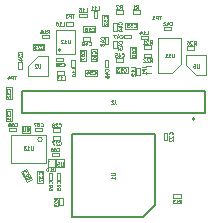
<source format=gbr>
%TF.GenerationSoftware,KiCad,Pcbnew,(6.0.0)*%
%TF.CreationDate,2022-12-05T09:44:38-05:00*%
%TF.ProjectId,headstage-16stim,68656164-7374-4616-9765-2d3136737469,A*%
%TF.SameCoordinates,Original*%
%TF.FileFunction,AssemblyDrawing,Bot*%
%FSLAX46Y46*%
G04 Gerber Fmt 4.6, Leading zero omitted, Abs format (unit mm)*
G04 Created by KiCad (PCBNEW (6.0.0)) date 2022-12-05 09:44:38*
%MOMM*%
%LPD*%
G01*
G04 APERTURE LIST*
%ADD10C,0.050000*%
%ADD11C,0.100000*%
%ADD12C,0.150000*%
%ADD13C,0.200000*%
G04 APERTURE END LIST*
D10*
%TO.C,C24*%
X115727142Y-57897142D02*
X115741428Y-57882857D01*
X115755714Y-57840000D01*
X115755714Y-57811428D01*
X115741428Y-57768571D01*
X115712857Y-57740000D01*
X115684285Y-57725714D01*
X115627142Y-57711428D01*
X115584285Y-57711428D01*
X115527142Y-57725714D01*
X115498571Y-57740000D01*
X115470000Y-57768571D01*
X115455714Y-57811428D01*
X115455714Y-57840000D01*
X115470000Y-57882857D01*
X115484285Y-57897142D01*
X115484285Y-58011428D02*
X115470000Y-58025714D01*
X115455714Y-58054285D01*
X115455714Y-58125714D01*
X115470000Y-58154285D01*
X115484285Y-58168571D01*
X115512857Y-58182857D01*
X115541428Y-58182857D01*
X115584285Y-58168571D01*
X115755714Y-57997142D01*
X115755714Y-58182857D01*
X115555714Y-58440000D02*
X115755714Y-58440000D01*
X115441428Y-58368571D02*
X115655714Y-58297142D01*
X115655714Y-58482857D01*
%TO.C,TP3*%
X120208571Y-54535714D02*
X120037142Y-54535714D01*
X120122857Y-54835714D02*
X120122857Y-54535714D01*
X119937142Y-54835714D02*
X119937142Y-54535714D01*
X119822857Y-54535714D01*
X119794285Y-54550000D01*
X119780000Y-54564285D01*
X119765714Y-54592857D01*
X119765714Y-54635714D01*
X119780000Y-54664285D01*
X119794285Y-54678571D01*
X119822857Y-54692857D01*
X119937142Y-54692857D01*
X119665714Y-54535714D02*
X119480000Y-54535714D01*
X119580000Y-54650000D01*
X119537142Y-54650000D01*
X119508571Y-54664285D01*
X119494285Y-54678571D01*
X119480000Y-54707142D01*
X119480000Y-54778571D01*
X119494285Y-54807142D01*
X119508571Y-54821428D01*
X119537142Y-54835714D01*
X119622857Y-54835714D01*
X119651428Y-54821428D01*
X119665714Y-54807142D01*
%TO.C,C27*%
X118902857Y-65577142D02*
X118917142Y-65591428D01*
X118960000Y-65605714D01*
X118988571Y-65605714D01*
X119031428Y-65591428D01*
X119060000Y-65562857D01*
X119074285Y-65534285D01*
X119088571Y-65477142D01*
X119088571Y-65434285D01*
X119074285Y-65377142D01*
X119060000Y-65348571D01*
X119031428Y-65320000D01*
X118988571Y-65305714D01*
X118960000Y-65305714D01*
X118917142Y-65320000D01*
X118902857Y-65334285D01*
X118788571Y-65334285D02*
X118774285Y-65320000D01*
X118745714Y-65305714D01*
X118674285Y-65305714D01*
X118645714Y-65320000D01*
X118631428Y-65334285D01*
X118617142Y-65362857D01*
X118617142Y-65391428D01*
X118631428Y-65434285D01*
X118802857Y-65605714D01*
X118617142Y-65605714D01*
X118517142Y-65305714D02*
X118317142Y-65305714D01*
X118445714Y-65605714D01*
%TO.C,R13*%
X129102857Y-70555714D02*
X129202857Y-70412857D01*
X129274285Y-70555714D02*
X129274285Y-70255714D01*
X129160000Y-70255714D01*
X129131428Y-70270000D01*
X129117142Y-70284285D01*
X129102857Y-70312857D01*
X129102857Y-70355714D01*
X129117142Y-70384285D01*
X129131428Y-70398571D01*
X129160000Y-70412857D01*
X129274285Y-70412857D01*
X128817142Y-70555714D02*
X128988571Y-70555714D01*
X128902857Y-70555714D02*
X128902857Y-70255714D01*
X128931428Y-70298571D01*
X128960000Y-70327142D01*
X128988571Y-70341428D01*
X128717142Y-70255714D02*
X128531428Y-70255714D01*
X128631428Y-70370000D01*
X128588571Y-70370000D01*
X128560000Y-70384285D01*
X128545714Y-70398571D01*
X128531428Y-70427142D01*
X128531428Y-70498571D01*
X128545714Y-70527142D01*
X128560000Y-70541428D01*
X128588571Y-70555714D01*
X128674285Y-70555714D01*
X128702857Y-70541428D01*
X128717142Y-70527142D01*
%TO.C,R16*%
X117912857Y-56175714D02*
X118012857Y-56032857D01*
X118084285Y-56175714D02*
X118084285Y-55875714D01*
X117970000Y-55875714D01*
X117941428Y-55890000D01*
X117927142Y-55904285D01*
X117912857Y-55932857D01*
X117912857Y-55975714D01*
X117927142Y-56004285D01*
X117941428Y-56018571D01*
X117970000Y-56032857D01*
X118084285Y-56032857D01*
X117627142Y-56175714D02*
X117798571Y-56175714D01*
X117712857Y-56175714D02*
X117712857Y-55875714D01*
X117741428Y-55918571D01*
X117770000Y-55947142D01*
X117798571Y-55961428D01*
X117370000Y-55875714D02*
X117427142Y-55875714D01*
X117455714Y-55890000D01*
X117470000Y-55904285D01*
X117498571Y-55947142D01*
X117512857Y-56004285D01*
X117512857Y-56118571D01*
X117498571Y-56147142D01*
X117484285Y-56161428D01*
X117455714Y-56175714D01*
X117398571Y-56175714D01*
X117370000Y-56161428D01*
X117355714Y-56147142D01*
X117341428Y-56118571D01*
X117341428Y-56047142D01*
X117355714Y-56018571D01*
X117370000Y-56004285D01*
X117398571Y-55990000D01*
X117455714Y-55990000D01*
X117484285Y-56004285D01*
X117498571Y-56018571D01*
X117512857Y-56047142D01*
%TO.C,C65*%
X118977142Y-68857142D02*
X118991428Y-68842857D01*
X119005714Y-68800000D01*
X119005714Y-68771428D01*
X118991428Y-68728571D01*
X118962857Y-68700000D01*
X118934285Y-68685714D01*
X118877142Y-68671428D01*
X118834285Y-68671428D01*
X118777142Y-68685714D01*
X118748571Y-68700000D01*
X118720000Y-68728571D01*
X118705714Y-68771428D01*
X118705714Y-68800000D01*
X118720000Y-68842857D01*
X118734285Y-68857142D01*
X118705714Y-69114285D02*
X118705714Y-69057142D01*
X118720000Y-69028571D01*
X118734285Y-69014285D01*
X118777142Y-68985714D01*
X118834285Y-68971428D01*
X118948571Y-68971428D01*
X118977142Y-68985714D01*
X118991428Y-69000000D01*
X119005714Y-69028571D01*
X119005714Y-69085714D01*
X118991428Y-69114285D01*
X118977142Y-69128571D01*
X118948571Y-69142857D01*
X118877142Y-69142857D01*
X118848571Y-69128571D01*
X118834285Y-69114285D01*
X118820000Y-69085714D01*
X118820000Y-69028571D01*
X118834285Y-69000000D01*
X118848571Y-68985714D01*
X118877142Y-68971428D01*
X118705714Y-69414285D02*
X118705714Y-69271428D01*
X118848571Y-69257142D01*
X118834285Y-69271428D01*
X118820000Y-69300000D01*
X118820000Y-69371428D01*
X118834285Y-69400000D01*
X118848571Y-69414285D01*
X118877142Y-69428571D01*
X118948571Y-69428571D01*
X118977142Y-69414285D01*
X118991428Y-69400000D01*
X119005714Y-69371428D01*
X119005714Y-69300000D01*
X118991428Y-69271428D01*
X118977142Y-69257142D01*
%TO.C,JP1*%
X125965714Y-59020000D02*
X126180000Y-59020000D01*
X126222857Y-59005714D01*
X126251428Y-58977142D01*
X126265714Y-58934285D01*
X126265714Y-58905714D01*
X126265714Y-59162857D02*
X125965714Y-59162857D01*
X125965714Y-59277142D01*
X125980000Y-59305714D01*
X125994285Y-59320000D01*
X126022857Y-59334285D01*
X126065714Y-59334285D01*
X126094285Y-59320000D01*
X126108571Y-59305714D01*
X126122857Y-59277142D01*
X126122857Y-59162857D01*
X126265714Y-59620000D02*
X126265714Y-59448571D01*
X126265714Y-59534285D02*
X125965714Y-59534285D01*
X126008571Y-59505714D01*
X126037142Y-59477142D01*
X126051428Y-59448571D01*
%TO.C,C43*%
X124207142Y-56967142D02*
X124221428Y-56952857D01*
X124235714Y-56910000D01*
X124235714Y-56881428D01*
X124221428Y-56838571D01*
X124192857Y-56810000D01*
X124164285Y-56795714D01*
X124107142Y-56781428D01*
X124064285Y-56781428D01*
X124007142Y-56795714D01*
X123978571Y-56810000D01*
X123950000Y-56838571D01*
X123935714Y-56881428D01*
X123935714Y-56910000D01*
X123950000Y-56952857D01*
X123964285Y-56967142D01*
X124035714Y-57224285D02*
X124235714Y-57224285D01*
X123921428Y-57152857D02*
X124135714Y-57081428D01*
X124135714Y-57267142D01*
X123935714Y-57352857D02*
X123935714Y-57538571D01*
X124050000Y-57438571D01*
X124050000Y-57481428D01*
X124064285Y-57510000D01*
X124078571Y-57524285D01*
X124107142Y-57538571D01*
X124178571Y-57538571D01*
X124207142Y-57524285D01*
X124221428Y-57510000D01*
X124235714Y-57481428D01*
X124235714Y-57395714D01*
X124221428Y-57367142D01*
X124207142Y-57352857D01*
%TO.C,C28*%
X118892857Y-64067142D02*
X118907142Y-64081428D01*
X118950000Y-64095714D01*
X118978571Y-64095714D01*
X119021428Y-64081428D01*
X119050000Y-64052857D01*
X119064285Y-64024285D01*
X119078571Y-63967142D01*
X119078571Y-63924285D01*
X119064285Y-63867142D01*
X119050000Y-63838571D01*
X119021428Y-63810000D01*
X118978571Y-63795714D01*
X118950000Y-63795714D01*
X118907142Y-63810000D01*
X118892857Y-63824285D01*
X118778571Y-63824285D02*
X118764285Y-63810000D01*
X118735714Y-63795714D01*
X118664285Y-63795714D01*
X118635714Y-63810000D01*
X118621428Y-63824285D01*
X118607142Y-63852857D01*
X118607142Y-63881428D01*
X118621428Y-63924285D01*
X118792857Y-64095714D01*
X118607142Y-64095714D01*
X118435714Y-63924285D02*
X118464285Y-63910000D01*
X118478571Y-63895714D01*
X118492857Y-63867142D01*
X118492857Y-63852857D01*
X118478571Y-63824285D01*
X118464285Y-63810000D01*
X118435714Y-63795714D01*
X118378571Y-63795714D01*
X118350000Y-63810000D01*
X118335714Y-63824285D01*
X118321428Y-63852857D01*
X118321428Y-63867142D01*
X118335714Y-63895714D01*
X118350000Y-63910000D01*
X118378571Y-63924285D01*
X118435714Y-63924285D01*
X118464285Y-63938571D01*
X118478571Y-63952857D01*
X118492857Y-63981428D01*
X118492857Y-64038571D01*
X118478571Y-64067142D01*
X118464285Y-64081428D01*
X118435714Y-64095714D01*
X118378571Y-64095714D01*
X118350000Y-64081428D01*
X118335714Y-64067142D01*
X118321428Y-64038571D01*
X118321428Y-63981428D01*
X118335714Y-63952857D01*
X118350000Y-63938571D01*
X118378571Y-63924285D01*
%TO.C,C52*%
X122947142Y-54887142D02*
X122961428Y-54872857D01*
X122975714Y-54830000D01*
X122975714Y-54801428D01*
X122961428Y-54758571D01*
X122932857Y-54730000D01*
X122904285Y-54715714D01*
X122847142Y-54701428D01*
X122804285Y-54701428D01*
X122747142Y-54715714D01*
X122718571Y-54730000D01*
X122690000Y-54758571D01*
X122675714Y-54801428D01*
X122675714Y-54830000D01*
X122690000Y-54872857D01*
X122704285Y-54887142D01*
X122675714Y-55158571D02*
X122675714Y-55015714D01*
X122818571Y-55001428D01*
X122804285Y-55015714D01*
X122790000Y-55044285D01*
X122790000Y-55115714D01*
X122804285Y-55144285D01*
X122818571Y-55158571D01*
X122847142Y-55172857D01*
X122918571Y-55172857D01*
X122947142Y-55158571D01*
X122961428Y-55144285D01*
X122975714Y-55115714D01*
X122975714Y-55044285D01*
X122961428Y-55015714D01*
X122947142Y-55001428D01*
X122704285Y-55287142D02*
X122690000Y-55301428D01*
X122675714Y-55330000D01*
X122675714Y-55401428D01*
X122690000Y-55430000D01*
X122704285Y-55444285D01*
X122732857Y-55458571D01*
X122761428Y-55458571D01*
X122804285Y-55444285D01*
X122975714Y-55272857D01*
X122975714Y-55458571D01*
%TO.C,C54*%
X121812857Y-59607142D02*
X121827142Y-59621428D01*
X121870000Y-59635714D01*
X121898571Y-59635714D01*
X121941428Y-59621428D01*
X121970000Y-59592857D01*
X121984285Y-59564285D01*
X121998571Y-59507142D01*
X121998571Y-59464285D01*
X121984285Y-59407142D01*
X121970000Y-59378571D01*
X121941428Y-59350000D01*
X121898571Y-59335714D01*
X121870000Y-59335714D01*
X121827142Y-59350000D01*
X121812857Y-59364285D01*
X121541428Y-59335714D02*
X121684285Y-59335714D01*
X121698571Y-59478571D01*
X121684285Y-59464285D01*
X121655714Y-59450000D01*
X121584285Y-59450000D01*
X121555714Y-59464285D01*
X121541428Y-59478571D01*
X121527142Y-59507142D01*
X121527142Y-59578571D01*
X121541428Y-59607142D01*
X121555714Y-59621428D01*
X121584285Y-59635714D01*
X121655714Y-59635714D01*
X121684285Y-59621428D01*
X121698571Y-59607142D01*
X121270000Y-59435714D02*
X121270000Y-59635714D01*
X121341428Y-59321428D02*
X121412857Y-59535714D01*
X121227142Y-59535714D01*
%TO.C,U2*%
X117318571Y-58785714D02*
X117318571Y-59028571D01*
X117304285Y-59057142D01*
X117290000Y-59071428D01*
X117261428Y-59085714D01*
X117204285Y-59085714D01*
X117175714Y-59071428D01*
X117161428Y-59057142D01*
X117147142Y-59028571D01*
X117147142Y-58785714D01*
X117018571Y-58814285D02*
X117004285Y-58800000D01*
X116975714Y-58785714D01*
X116904285Y-58785714D01*
X116875714Y-58800000D01*
X116861428Y-58814285D01*
X116847142Y-58842857D01*
X116847142Y-58871428D01*
X116861428Y-58914285D01*
X117032857Y-59085714D01*
X116847142Y-59085714D01*
%TO.C,U11*%
X128631428Y-57885714D02*
X128631428Y-58128571D01*
X128617142Y-58157142D01*
X128602857Y-58171428D01*
X128574285Y-58185714D01*
X128517142Y-58185714D01*
X128488571Y-58171428D01*
X128474285Y-58157142D01*
X128460000Y-58128571D01*
X128460000Y-57885714D01*
X128160000Y-58185714D02*
X128331428Y-58185714D01*
X128245714Y-58185714D02*
X128245714Y-57885714D01*
X128274285Y-57928571D01*
X128302857Y-57957142D01*
X128331428Y-57971428D01*
X127874285Y-58185714D02*
X128045714Y-58185714D01*
X127960000Y-58185714D02*
X127960000Y-57885714D01*
X127988571Y-57928571D01*
X128017142Y-57957142D01*
X128045714Y-57971428D01*
%TO.C,R2*%
X124030000Y-54065714D02*
X124130000Y-53922857D01*
X124201428Y-54065714D02*
X124201428Y-53765714D01*
X124087142Y-53765714D01*
X124058571Y-53780000D01*
X124044285Y-53794285D01*
X124030000Y-53822857D01*
X124030000Y-53865714D01*
X124044285Y-53894285D01*
X124058571Y-53908571D01*
X124087142Y-53922857D01*
X124201428Y-53922857D01*
X123915714Y-53794285D02*
X123901428Y-53780000D01*
X123872857Y-53765714D01*
X123801428Y-53765714D01*
X123772857Y-53780000D01*
X123758571Y-53794285D01*
X123744285Y-53822857D01*
X123744285Y-53851428D01*
X123758571Y-53894285D01*
X123930000Y-54065714D01*
X123744285Y-54065714D01*
%TO.C,C55*%
X125242857Y-55617142D02*
X125257142Y-55631428D01*
X125300000Y-55645714D01*
X125328571Y-55645714D01*
X125371428Y-55631428D01*
X125400000Y-55602857D01*
X125414285Y-55574285D01*
X125428571Y-55517142D01*
X125428571Y-55474285D01*
X125414285Y-55417142D01*
X125400000Y-55388571D01*
X125371428Y-55360000D01*
X125328571Y-55345714D01*
X125300000Y-55345714D01*
X125257142Y-55360000D01*
X125242857Y-55374285D01*
X124971428Y-55345714D02*
X125114285Y-55345714D01*
X125128571Y-55488571D01*
X125114285Y-55474285D01*
X125085714Y-55460000D01*
X125014285Y-55460000D01*
X124985714Y-55474285D01*
X124971428Y-55488571D01*
X124957142Y-55517142D01*
X124957142Y-55588571D01*
X124971428Y-55617142D01*
X124985714Y-55631428D01*
X125014285Y-55645714D01*
X125085714Y-55645714D01*
X125114285Y-55631428D01*
X125128571Y-55617142D01*
X124685714Y-55345714D02*
X124828571Y-55345714D01*
X124842857Y-55488571D01*
X124828571Y-55474285D01*
X124800000Y-55460000D01*
X124728571Y-55460000D01*
X124700000Y-55474285D01*
X124685714Y-55488571D01*
X124671428Y-55517142D01*
X124671428Y-55588571D01*
X124685714Y-55617142D01*
X124700000Y-55631428D01*
X124728571Y-55645714D01*
X124800000Y-55645714D01*
X124828571Y-55631428D01*
X124842857Y-55617142D01*
%TO.C,L10*%
X120295714Y-59267142D02*
X120295714Y-59124285D01*
X119995714Y-59124285D01*
X120295714Y-59524285D02*
X120295714Y-59352857D01*
X120295714Y-59438571D02*
X119995714Y-59438571D01*
X120038571Y-59410000D01*
X120067142Y-59381428D01*
X120081428Y-59352857D01*
X119995714Y-59710000D02*
X119995714Y-59738571D01*
X120010000Y-59767142D01*
X120024285Y-59781428D01*
X120052857Y-59795714D01*
X120110000Y-59810000D01*
X120181428Y-59810000D01*
X120238571Y-59795714D01*
X120267142Y-59781428D01*
X120281428Y-59767142D01*
X120295714Y-59738571D01*
X120295714Y-59710000D01*
X120281428Y-59681428D01*
X120267142Y-59667142D01*
X120238571Y-59652857D01*
X120181428Y-59638571D01*
X120110000Y-59638571D01*
X120052857Y-59652857D01*
X120024285Y-59667142D01*
X120010000Y-59681428D01*
X119995714Y-59710000D01*
%TO.C,L13*%
X119262857Y-60115714D02*
X119405714Y-60115714D01*
X119405714Y-59815714D01*
X119005714Y-60115714D02*
X119177142Y-60115714D01*
X119091428Y-60115714D02*
X119091428Y-59815714D01*
X119120000Y-59858571D01*
X119148571Y-59887142D01*
X119177142Y-59901428D01*
X118905714Y-59815714D02*
X118720000Y-59815714D01*
X118820000Y-59930000D01*
X118777142Y-59930000D01*
X118748571Y-59944285D01*
X118734285Y-59958571D01*
X118720000Y-59987142D01*
X118720000Y-60058571D01*
X118734285Y-60087142D01*
X118748571Y-60101428D01*
X118777142Y-60115714D01*
X118862857Y-60115714D01*
X118891428Y-60101428D01*
X118905714Y-60087142D01*
%TO.C,R22*%
X126622857Y-58565714D02*
X126722857Y-58422857D01*
X126794285Y-58565714D02*
X126794285Y-58265714D01*
X126680000Y-58265714D01*
X126651428Y-58280000D01*
X126637142Y-58294285D01*
X126622857Y-58322857D01*
X126622857Y-58365714D01*
X126637142Y-58394285D01*
X126651428Y-58408571D01*
X126680000Y-58422857D01*
X126794285Y-58422857D01*
X126508571Y-58294285D02*
X126494285Y-58280000D01*
X126465714Y-58265714D01*
X126394285Y-58265714D01*
X126365714Y-58280000D01*
X126351428Y-58294285D01*
X126337142Y-58322857D01*
X126337142Y-58351428D01*
X126351428Y-58394285D01*
X126522857Y-58565714D01*
X126337142Y-58565714D01*
X126222857Y-58294285D02*
X126208571Y-58280000D01*
X126180000Y-58265714D01*
X126108571Y-58265714D01*
X126080000Y-58280000D01*
X126065714Y-58294285D01*
X126051428Y-58322857D01*
X126051428Y-58351428D01*
X126065714Y-58394285D01*
X126237142Y-58565714D01*
X126051428Y-58565714D01*
%TO.C,C45*%
X124206433Y-58137142D02*
X124220718Y-58151428D01*
X124263576Y-58165714D01*
X124292147Y-58165714D01*
X124335004Y-58151428D01*
X124363576Y-58122857D01*
X124377861Y-58094285D01*
X124392147Y-58037142D01*
X124392147Y-57994285D01*
X124377861Y-57937142D01*
X124363576Y-57908571D01*
X124335004Y-57880000D01*
X124292147Y-57865714D01*
X124263576Y-57865714D01*
X124220718Y-57880000D01*
X124206433Y-57894285D01*
X123949290Y-57965714D02*
X123949290Y-58165714D01*
X124020718Y-57851428D02*
X124092147Y-58065714D01*
X123906433Y-58065714D01*
X123649290Y-57865714D02*
X123792147Y-57865714D01*
X123806433Y-58008571D01*
X123792147Y-57994285D01*
X123763576Y-57980000D01*
X123692147Y-57980000D01*
X123663576Y-57994285D01*
X123649290Y-58008571D01*
X123635004Y-58037142D01*
X123635004Y-58108571D01*
X123649290Y-58137142D01*
X123663576Y-58151428D01*
X123692147Y-58165714D01*
X123763576Y-58165714D01*
X123792147Y-58151428D01*
X123806433Y-58137142D01*
%TO.C,L16*%
X119182857Y-55505714D02*
X119325714Y-55505714D01*
X119325714Y-55205714D01*
X118925714Y-55505714D02*
X119097142Y-55505714D01*
X119011428Y-55505714D02*
X119011428Y-55205714D01*
X119040000Y-55248571D01*
X119068571Y-55277142D01*
X119097142Y-55291428D01*
X118668571Y-55205714D02*
X118725714Y-55205714D01*
X118754285Y-55220000D01*
X118768571Y-55234285D01*
X118797142Y-55277142D01*
X118811428Y-55334285D01*
X118811428Y-55448571D01*
X118797142Y-55477142D01*
X118782857Y-55491428D01*
X118754285Y-55505714D01*
X118697142Y-55505714D01*
X118668571Y-55491428D01*
X118654285Y-55477142D01*
X118640000Y-55448571D01*
X118640000Y-55377142D01*
X118654285Y-55348571D01*
X118668571Y-55334285D01*
X118697142Y-55320000D01*
X118754285Y-55320000D01*
X118782857Y-55334285D01*
X118797142Y-55348571D01*
X118811428Y-55377142D01*
%TO.C,C66*%
X118762857Y-66127142D02*
X118777142Y-66141428D01*
X118820000Y-66155714D01*
X118848571Y-66155714D01*
X118891428Y-66141428D01*
X118920000Y-66112857D01*
X118934285Y-66084285D01*
X118948571Y-66027142D01*
X118948571Y-65984285D01*
X118934285Y-65927142D01*
X118920000Y-65898571D01*
X118891428Y-65870000D01*
X118848571Y-65855714D01*
X118820000Y-65855714D01*
X118777142Y-65870000D01*
X118762857Y-65884285D01*
X118505714Y-65855714D02*
X118562857Y-65855714D01*
X118591428Y-65870000D01*
X118605714Y-65884285D01*
X118634285Y-65927142D01*
X118648571Y-65984285D01*
X118648571Y-66098571D01*
X118634285Y-66127142D01*
X118620000Y-66141428D01*
X118591428Y-66155714D01*
X118534285Y-66155714D01*
X118505714Y-66141428D01*
X118491428Y-66127142D01*
X118477142Y-66098571D01*
X118477142Y-66027142D01*
X118491428Y-65998571D01*
X118505714Y-65984285D01*
X118534285Y-65970000D01*
X118591428Y-65970000D01*
X118620000Y-65984285D01*
X118634285Y-65998571D01*
X118648571Y-66027142D01*
X118220000Y-65855714D02*
X118277142Y-65855714D01*
X118305714Y-65870000D01*
X118320000Y-65884285D01*
X118348571Y-65927142D01*
X118362857Y-65984285D01*
X118362857Y-66098571D01*
X118348571Y-66127142D01*
X118334285Y-66141428D01*
X118305714Y-66155714D01*
X118248571Y-66155714D01*
X118220000Y-66141428D01*
X118205714Y-66127142D01*
X118191428Y-66098571D01*
X118191428Y-66027142D01*
X118205714Y-65998571D01*
X118220000Y-65984285D01*
X118248571Y-65970000D01*
X118305714Y-65970000D01*
X118334285Y-65984285D01*
X118348571Y-65998571D01*
X118362857Y-66027142D01*
%TO.C,C23*%
X117392857Y-57447142D02*
X117407142Y-57461428D01*
X117450000Y-57475714D01*
X117478571Y-57475714D01*
X117521428Y-57461428D01*
X117550000Y-57432857D01*
X117564285Y-57404285D01*
X117578571Y-57347142D01*
X117578571Y-57304285D01*
X117564285Y-57247142D01*
X117550000Y-57218571D01*
X117521428Y-57190000D01*
X117478571Y-57175714D01*
X117450000Y-57175714D01*
X117407142Y-57190000D01*
X117392857Y-57204285D01*
X117278571Y-57204285D02*
X117264285Y-57190000D01*
X117235714Y-57175714D01*
X117164285Y-57175714D01*
X117135714Y-57190000D01*
X117121428Y-57204285D01*
X117107142Y-57232857D01*
X117107142Y-57261428D01*
X117121428Y-57304285D01*
X117292857Y-57475714D01*
X117107142Y-57475714D01*
X117007142Y-57175714D02*
X116821428Y-57175714D01*
X116921428Y-57290000D01*
X116878571Y-57290000D01*
X116850000Y-57304285D01*
X116835714Y-57318571D01*
X116821428Y-57347142D01*
X116821428Y-57418571D01*
X116835714Y-57447142D01*
X116850000Y-57461428D01*
X116878571Y-57475714D01*
X116964285Y-57475714D01*
X116992857Y-57461428D01*
X117007142Y-57447142D01*
%TO.C,C57*%
X121027142Y-57837142D02*
X121041428Y-57822857D01*
X121055714Y-57780000D01*
X121055714Y-57751428D01*
X121041428Y-57708571D01*
X121012857Y-57680000D01*
X120984285Y-57665714D01*
X120927142Y-57651428D01*
X120884285Y-57651428D01*
X120827142Y-57665714D01*
X120798571Y-57680000D01*
X120770000Y-57708571D01*
X120755714Y-57751428D01*
X120755714Y-57780000D01*
X120770000Y-57822857D01*
X120784285Y-57837142D01*
X120755714Y-58108571D02*
X120755714Y-57965714D01*
X120898571Y-57951428D01*
X120884285Y-57965714D01*
X120870000Y-57994285D01*
X120870000Y-58065714D01*
X120884285Y-58094285D01*
X120898571Y-58108571D01*
X120927142Y-58122857D01*
X120998571Y-58122857D01*
X121027142Y-58108571D01*
X121041428Y-58094285D01*
X121055714Y-58065714D01*
X121055714Y-57994285D01*
X121041428Y-57965714D01*
X121027142Y-57951428D01*
X120755714Y-58222857D02*
X120755714Y-58422857D01*
X121055714Y-58294285D01*
%TO.C,C49*%
X121422857Y-57157142D02*
X121437142Y-57171428D01*
X121480000Y-57185714D01*
X121508571Y-57185714D01*
X121551428Y-57171428D01*
X121580000Y-57142857D01*
X121594285Y-57114285D01*
X121608571Y-57057142D01*
X121608571Y-57014285D01*
X121594285Y-56957142D01*
X121580000Y-56928571D01*
X121551428Y-56900000D01*
X121508571Y-56885714D01*
X121480000Y-56885714D01*
X121437142Y-56900000D01*
X121422857Y-56914285D01*
X121165714Y-56985714D02*
X121165714Y-57185714D01*
X121237142Y-56871428D02*
X121308571Y-57085714D01*
X121122857Y-57085714D01*
X120994285Y-57185714D02*
X120937142Y-57185714D01*
X120908571Y-57171428D01*
X120894285Y-57157142D01*
X120865714Y-57114285D01*
X120851428Y-57057142D01*
X120851428Y-56942857D01*
X120865714Y-56914285D01*
X120880000Y-56900000D01*
X120908571Y-56885714D01*
X120965714Y-56885714D01*
X120994285Y-56900000D01*
X121008571Y-56914285D01*
X121022857Y-56942857D01*
X121022857Y-57014285D01*
X121008571Y-57042857D01*
X120994285Y-57057142D01*
X120965714Y-57071428D01*
X120908571Y-57071428D01*
X120880000Y-57057142D01*
X120865714Y-57042857D01*
X120851428Y-57014285D01*
%TO.C,C37*%
X117467142Y-68107142D02*
X117481428Y-68092857D01*
X117495714Y-68050000D01*
X117495714Y-68021428D01*
X117481428Y-67978571D01*
X117452857Y-67950000D01*
X117424285Y-67935714D01*
X117367142Y-67921428D01*
X117324285Y-67921428D01*
X117267142Y-67935714D01*
X117238571Y-67950000D01*
X117210000Y-67978571D01*
X117195714Y-68021428D01*
X117195714Y-68050000D01*
X117210000Y-68092857D01*
X117224285Y-68107142D01*
X117195714Y-68207142D02*
X117195714Y-68392857D01*
X117310000Y-68292857D01*
X117310000Y-68335714D01*
X117324285Y-68364285D01*
X117338571Y-68378571D01*
X117367142Y-68392857D01*
X117438571Y-68392857D01*
X117467142Y-68378571D01*
X117481428Y-68364285D01*
X117495714Y-68335714D01*
X117495714Y-68250000D01*
X117481428Y-68221428D01*
X117467142Y-68207142D01*
X117195714Y-68492857D02*
X117195714Y-68692857D01*
X117495714Y-68564285D01*
%TO.C,C47*%
X124102857Y-56547142D02*
X124117142Y-56561428D01*
X124160000Y-56575714D01*
X124188571Y-56575714D01*
X124231428Y-56561428D01*
X124260000Y-56532857D01*
X124274285Y-56504285D01*
X124288571Y-56447142D01*
X124288571Y-56404285D01*
X124274285Y-56347142D01*
X124260000Y-56318571D01*
X124231428Y-56290000D01*
X124188571Y-56275714D01*
X124160000Y-56275714D01*
X124117142Y-56290000D01*
X124102857Y-56304285D01*
X123845714Y-56375714D02*
X123845714Y-56575714D01*
X123917142Y-56261428D02*
X123988571Y-56475714D01*
X123802857Y-56475714D01*
X123717142Y-56275714D02*
X123517142Y-56275714D01*
X123645714Y-56575714D01*
%TO.C,C51*%
X121977142Y-57857142D02*
X121991428Y-57842857D01*
X122005714Y-57800000D01*
X122005714Y-57771428D01*
X121991428Y-57728571D01*
X121962857Y-57700000D01*
X121934285Y-57685714D01*
X121877142Y-57671428D01*
X121834285Y-57671428D01*
X121777142Y-57685714D01*
X121748571Y-57700000D01*
X121720000Y-57728571D01*
X121705714Y-57771428D01*
X121705714Y-57800000D01*
X121720000Y-57842857D01*
X121734285Y-57857142D01*
X121705714Y-58128571D02*
X121705714Y-57985714D01*
X121848571Y-57971428D01*
X121834285Y-57985714D01*
X121820000Y-58014285D01*
X121820000Y-58085714D01*
X121834285Y-58114285D01*
X121848571Y-58128571D01*
X121877142Y-58142857D01*
X121948571Y-58142857D01*
X121977142Y-58128571D01*
X121991428Y-58114285D01*
X122005714Y-58085714D01*
X122005714Y-58014285D01*
X121991428Y-57985714D01*
X121977142Y-57971428D01*
X122005714Y-58428571D02*
X122005714Y-58257142D01*
X122005714Y-58342857D02*
X121705714Y-58342857D01*
X121748571Y-58314285D01*
X121777142Y-58285714D01*
X121791428Y-58257142D01*
%TO.C,C56*%
X121692857Y-55967142D02*
X121707142Y-55981428D01*
X121750000Y-55995714D01*
X121778571Y-55995714D01*
X121821428Y-55981428D01*
X121850000Y-55952857D01*
X121864285Y-55924285D01*
X121878571Y-55867142D01*
X121878571Y-55824285D01*
X121864285Y-55767142D01*
X121850000Y-55738571D01*
X121821428Y-55710000D01*
X121778571Y-55695714D01*
X121750000Y-55695714D01*
X121707142Y-55710000D01*
X121692857Y-55724285D01*
X121421428Y-55695714D02*
X121564285Y-55695714D01*
X121578571Y-55838571D01*
X121564285Y-55824285D01*
X121535714Y-55810000D01*
X121464285Y-55810000D01*
X121435714Y-55824285D01*
X121421428Y-55838571D01*
X121407142Y-55867142D01*
X121407142Y-55938571D01*
X121421428Y-55967142D01*
X121435714Y-55981428D01*
X121464285Y-55995714D01*
X121535714Y-55995714D01*
X121564285Y-55981428D01*
X121578571Y-55967142D01*
X121150000Y-55695714D02*
X121207142Y-55695714D01*
X121235714Y-55710000D01*
X121250000Y-55724285D01*
X121278571Y-55767142D01*
X121292857Y-55824285D01*
X121292857Y-55938571D01*
X121278571Y-55967142D01*
X121264285Y-55981428D01*
X121235714Y-55995714D01*
X121178571Y-55995714D01*
X121150000Y-55981428D01*
X121135714Y-55967142D01*
X121121428Y-55938571D01*
X121121428Y-55867142D01*
X121135714Y-55838571D01*
X121150000Y-55824285D01*
X121178571Y-55810000D01*
X121235714Y-55810000D01*
X121264285Y-55824285D01*
X121278571Y-55838571D01*
X121292857Y-55867142D01*
%TO.C,C44*%
X124197142Y-55397142D02*
X124211428Y-55382857D01*
X124225714Y-55340000D01*
X124225714Y-55311428D01*
X124211428Y-55268571D01*
X124182857Y-55240000D01*
X124154285Y-55225714D01*
X124097142Y-55211428D01*
X124054285Y-55211428D01*
X123997142Y-55225714D01*
X123968571Y-55240000D01*
X123940000Y-55268571D01*
X123925714Y-55311428D01*
X123925714Y-55340000D01*
X123940000Y-55382857D01*
X123954285Y-55397142D01*
X124025714Y-55654285D02*
X124225714Y-55654285D01*
X123911428Y-55582857D02*
X124125714Y-55511428D01*
X124125714Y-55697142D01*
X124025714Y-55940000D02*
X124225714Y-55940000D01*
X123911428Y-55868571D02*
X124125714Y-55797142D01*
X124125714Y-55982857D01*
%TO.C,C48*%
X122687142Y-56637142D02*
X122701428Y-56622857D01*
X122715714Y-56580000D01*
X122715714Y-56551428D01*
X122701428Y-56508571D01*
X122672857Y-56480000D01*
X122644285Y-56465714D01*
X122587142Y-56451428D01*
X122544285Y-56451428D01*
X122487142Y-56465714D01*
X122458571Y-56480000D01*
X122430000Y-56508571D01*
X122415714Y-56551428D01*
X122415714Y-56580000D01*
X122430000Y-56622857D01*
X122444285Y-56637142D01*
X122515714Y-56894285D02*
X122715714Y-56894285D01*
X122401428Y-56822857D02*
X122615714Y-56751428D01*
X122615714Y-56937142D01*
X122544285Y-57094285D02*
X122530000Y-57065714D01*
X122515714Y-57051428D01*
X122487142Y-57037142D01*
X122472857Y-57037142D01*
X122444285Y-57051428D01*
X122430000Y-57065714D01*
X122415714Y-57094285D01*
X122415714Y-57151428D01*
X122430000Y-57180000D01*
X122444285Y-57194285D01*
X122472857Y-57208571D01*
X122487142Y-57208571D01*
X122515714Y-57194285D01*
X122530000Y-57180000D01*
X122544285Y-57151428D01*
X122544285Y-57094285D01*
X122558571Y-57065714D01*
X122572857Y-57051428D01*
X122601428Y-57037142D01*
X122658571Y-57037142D01*
X122687142Y-57051428D01*
X122701428Y-57065714D01*
X122715714Y-57094285D01*
X122715714Y-57151428D01*
X122701428Y-57180000D01*
X122687142Y-57194285D01*
X122658571Y-57208571D01*
X122601428Y-57208571D01*
X122572857Y-57194285D01*
X122558571Y-57180000D01*
X122544285Y-57151428D01*
%TO.C,U10*%
X118601428Y-67545714D02*
X118601428Y-67788571D01*
X118587142Y-67817142D01*
X118572857Y-67831428D01*
X118544285Y-67845714D01*
X118487142Y-67845714D01*
X118458571Y-67831428D01*
X118444285Y-67817142D01*
X118430000Y-67788571D01*
X118430000Y-67545714D01*
X118130000Y-67845714D02*
X118301428Y-67845714D01*
X118215714Y-67845714D02*
X118215714Y-67545714D01*
X118244285Y-67588571D01*
X118272857Y-67617142D01*
X118301428Y-67631428D01*
X117944285Y-67545714D02*
X117915714Y-67545714D01*
X117887142Y-67560000D01*
X117872857Y-67574285D01*
X117858571Y-67602857D01*
X117844285Y-67660000D01*
X117844285Y-67731428D01*
X117858571Y-67788571D01*
X117872857Y-67817142D01*
X117887142Y-67831428D01*
X117915714Y-67845714D01*
X117944285Y-67845714D01*
X117972857Y-67831428D01*
X117987142Y-67817142D01*
X118001428Y-67788571D01*
X118015714Y-67731428D01*
X118015714Y-67660000D01*
X118001428Y-67602857D01*
X117987142Y-67574285D01*
X117972857Y-67560000D01*
X117944285Y-67545714D01*
%TO.C,U1*%
X123335714Y-67991428D02*
X123578571Y-67991428D01*
X123607142Y-68005714D01*
X123621428Y-68020000D01*
X123635714Y-68048571D01*
X123635714Y-68105714D01*
X123621428Y-68134285D01*
X123607142Y-68148571D01*
X123578571Y-68162857D01*
X123335714Y-68162857D01*
X123635714Y-68462857D02*
X123635714Y-68291428D01*
X123635714Y-68377142D02*
X123335714Y-68377142D01*
X123378571Y-68348571D01*
X123407142Y-68320000D01*
X123421428Y-68291428D01*
%TO.C,R1*%
X125450000Y-54065714D02*
X125550000Y-53922857D01*
X125621428Y-54065714D02*
X125621428Y-53765714D01*
X125507142Y-53765714D01*
X125478571Y-53780000D01*
X125464285Y-53794285D01*
X125450000Y-53822857D01*
X125450000Y-53865714D01*
X125464285Y-53894285D01*
X125478571Y-53908571D01*
X125507142Y-53922857D01*
X125621428Y-53922857D01*
X125164285Y-54065714D02*
X125335714Y-54065714D01*
X125250000Y-54065714D02*
X125250000Y-53765714D01*
X125278571Y-53808571D01*
X125307142Y-53837142D01*
X125335714Y-53851428D01*
%TO.C,TP1*%
X127548571Y-54675714D02*
X127377142Y-54675714D01*
X127462857Y-54975714D02*
X127462857Y-54675714D01*
X127277142Y-54975714D02*
X127277142Y-54675714D01*
X127162857Y-54675714D01*
X127134285Y-54690000D01*
X127120000Y-54704285D01*
X127105714Y-54732857D01*
X127105714Y-54775714D01*
X127120000Y-54804285D01*
X127134285Y-54818571D01*
X127162857Y-54832857D01*
X127277142Y-54832857D01*
X126820000Y-54975714D02*
X126991428Y-54975714D01*
X126905714Y-54975714D02*
X126905714Y-54675714D01*
X126934285Y-54718571D01*
X126962857Y-54747142D01*
X126991428Y-54761428D01*
%TO.C,U5*%
X119248571Y-67095714D02*
X119248571Y-67338571D01*
X119234285Y-67367142D01*
X119220000Y-67381428D01*
X119191428Y-67395714D01*
X119134285Y-67395714D01*
X119105714Y-67381428D01*
X119091428Y-67367142D01*
X119077142Y-67338571D01*
X119077142Y-67095714D01*
X118791428Y-67095714D02*
X118934285Y-67095714D01*
X118948571Y-67238571D01*
X118934285Y-67224285D01*
X118905714Y-67210000D01*
X118834285Y-67210000D01*
X118805714Y-67224285D01*
X118791428Y-67238571D01*
X118777142Y-67267142D01*
X118777142Y-67338571D01*
X118791428Y-67367142D01*
X118805714Y-67381428D01*
X118834285Y-67395714D01*
X118905714Y-67395714D01*
X118934285Y-67381428D01*
X118948571Y-67367142D01*
%TO.C,L12*%
X125345714Y-59197142D02*
X125345714Y-59054285D01*
X125045714Y-59054285D01*
X125345714Y-59454285D02*
X125345714Y-59282857D01*
X125345714Y-59368571D02*
X125045714Y-59368571D01*
X125088571Y-59340000D01*
X125117142Y-59311428D01*
X125131428Y-59282857D01*
X125074285Y-59568571D02*
X125060000Y-59582857D01*
X125045714Y-59611428D01*
X125045714Y-59682857D01*
X125060000Y-59711428D01*
X125074285Y-59725714D01*
X125102857Y-59740000D01*
X125131428Y-59740000D01*
X125174285Y-59725714D01*
X125345714Y-59554285D01*
X125345714Y-59740000D01*
%TO.C,C22*%
X128497142Y-64727142D02*
X128511428Y-64712857D01*
X128525714Y-64670000D01*
X128525714Y-64641428D01*
X128511428Y-64598571D01*
X128482857Y-64570000D01*
X128454285Y-64555714D01*
X128397142Y-64541428D01*
X128354285Y-64541428D01*
X128297142Y-64555714D01*
X128268571Y-64570000D01*
X128240000Y-64598571D01*
X128225714Y-64641428D01*
X128225714Y-64670000D01*
X128240000Y-64712857D01*
X128254285Y-64727142D01*
X128254285Y-64841428D02*
X128240000Y-64855714D01*
X128225714Y-64884285D01*
X128225714Y-64955714D01*
X128240000Y-64984285D01*
X128254285Y-64998571D01*
X128282857Y-65012857D01*
X128311428Y-65012857D01*
X128354285Y-64998571D01*
X128525714Y-64827142D01*
X128525714Y-65012857D01*
X128254285Y-65127142D02*
X128240000Y-65141428D01*
X128225714Y-65170000D01*
X128225714Y-65241428D01*
X128240000Y-65270000D01*
X128254285Y-65284285D01*
X128282857Y-65298571D01*
X128311428Y-65298571D01*
X128354285Y-65284285D01*
X128525714Y-65112857D01*
X128525714Y-65298571D01*
%TO.C,C69*%
X118297142Y-68877142D02*
X118311428Y-68862857D01*
X118325714Y-68820000D01*
X118325714Y-68791428D01*
X118311428Y-68748571D01*
X118282857Y-68720000D01*
X118254285Y-68705714D01*
X118197142Y-68691428D01*
X118154285Y-68691428D01*
X118097142Y-68705714D01*
X118068571Y-68720000D01*
X118040000Y-68748571D01*
X118025714Y-68791428D01*
X118025714Y-68820000D01*
X118040000Y-68862857D01*
X118054285Y-68877142D01*
X118025714Y-69134285D02*
X118025714Y-69077142D01*
X118040000Y-69048571D01*
X118054285Y-69034285D01*
X118097142Y-69005714D01*
X118154285Y-68991428D01*
X118268571Y-68991428D01*
X118297142Y-69005714D01*
X118311428Y-69020000D01*
X118325714Y-69048571D01*
X118325714Y-69105714D01*
X118311428Y-69134285D01*
X118297142Y-69148571D01*
X118268571Y-69162857D01*
X118197142Y-69162857D01*
X118168571Y-69148571D01*
X118154285Y-69134285D01*
X118140000Y-69105714D01*
X118140000Y-69048571D01*
X118154285Y-69020000D01*
X118168571Y-69005714D01*
X118197142Y-68991428D01*
X118325714Y-69305714D02*
X118325714Y-69362857D01*
X118311428Y-69391428D01*
X118297142Y-69405714D01*
X118254285Y-69434285D01*
X118197142Y-69448571D01*
X118082857Y-69448571D01*
X118054285Y-69434285D01*
X118040000Y-69420000D01*
X118025714Y-69391428D01*
X118025714Y-69334285D01*
X118040000Y-69305714D01*
X118054285Y-69291428D01*
X118082857Y-69277142D01*
X118154285Y-69277142D01*
X118182857Y-69291428D01*
X118197142Y-69305714D01*
X118211428Y-69334285D01*
X118211428Y-69391428D01*
X118197142Y-69420000D01*
X118182857Y-69434285D01*
X118154285Y-69448571D01*
%TO.C,C67*%
X117342857Y-64027142D02*
X117357142Y-64041428D01*
X117400000Y-64055714D01*
X117428571Y-64055714D01*
X117471428Y-64041428D01*
X117500000Y-64012857D01*
X117514285Y-63984285D01*
X117528571Y-63927142D01*
X117528571Y-63884285D01*
X117514285Y-63827142D01*
X117500000Y-63798571D01*
X117471428Y-63770000D01*
X117428571Y-63755714D01*
X117400000Y-63755714D01*
X117357142Y-63770000D01*
X117342857Y-63784285D01*
X117085714Y-63755714D02*
X117142857Y-63755714D01*
X117171428Y-63770000D01*
X117185714Y-63784285D01*
X117214285Y-63827142D01*
X117228571Y-63884285D01*
X117228571Y-63998571D01*
X117214285Y-64027142D01*
X117200000Y-64041428D01*
X117171428Y-64055714D01*
X117114285Y-64055714D01*
X117085714Y-64041428D01*
X117071428Y-64027142D01*
X117057142Y-63998571D01*
X117057142Y-63927142D01*
X117071428Y-63898571D01*
X117085714Y-63884285D01*
X117114285Y-63870000D01*
X117171428Y-63870000D01*
X117200000Y-63884285D01*
X117214285Y-63898571D01*
X117228571Y-63927142D01*
X116957142Y-63755714D02*
X116757142Y-63755714D01*
X116885714Y-64055714D01*
%TO.C,C42*%
X128312857Y-55467142D02*
X128327142Y-55481428D01*
X128370000Y-55495714D01*
X128398571Y-55495714D01*
X128441428Y-55481428D01*
X128470000Y-55452857D01*
X128484285Y-55424285D01*
X128498571Y-55367142D01*
X128498571Y-55324285D01*
X128484285Y-55267142D01*
X128470000Y-55238571D01*
X128441428Y-55210000D01*
X128398571Y-55195714D01*
X128370000Y-55195714D01*
X128327142Y-55210000D01*
X128312857Y-55224285D01*
X128055714Y-55295714D02*
X128055714Y-55495714D01*
X128127142Y-55181428D02*
X128198571Y-55395714D01*
X128012857Y-55395714D01*
X127912857Y-55224285D02*
X127898571Y-55210000D01*
X127870000Y-55195714D01*
X127798571Y-55195714D01*
X127770000Y-55210000D01*
X127755714Y-55224285D01*
X127741428Y-55252857D01*
X127741428Y-55281428D01*
X127755714Y-55324285D01*
X127927142Y-55495714D01*
X127741428Y-55495714D01*
%TO.C,C32*%
X114767142Y-61037142D02*
X114781428Y-61022857D01*
X114795714Y-60980000D01*
X114795714Y-60951428D01*
X114781428Y-60908571D01*
X114752857Y-60880000D01*
X114724285Y-60865714D01*
X114667142Y-60851428D01*
X114624285Y-60851428D01*
X114567142Y-60865714D01*
X114538571Y-60880000D01*
X114510000Y-60908571D01*
X114495714Y-60951428D01*
X114495714Y-60980000D01*
X114510000Y-61022857D01*
X114524285Y-61037142D01*
X114495714Y-61137142D02*
X114495714Y-61322857D01*
X114610000Y-61222857D01*
X114610000Y-61265714D01*
X114624285Y-61294285D01*
X114638571Y-61308571D01*
X114667142Y-61322857D01*
X114738571Y-61322857D01*
X114767142Y-61308571D01*
X114781428Y-61294285D01*
X114795714Y-61265714D01*
X114795714Y-61180000D01*
X114781428Y-61151428D01*
X114767142Y-61137142D01*
X114524285Y-61437142D02*
X114510000Y-61451428D01*
X114495714Y-61480000D01*
X114495714Y-61551428D01*
X114510000Y-61580000D01*
X114524285Y-61594285D01*
X114552857Y-61608571D01*
X114581428Y-61608571D01*
X114624285Y-61594285D01*
X114795714Y-61422857D01*
X114795714Y-61608571D01*
%TO.C,C58*%
X119192857Y-58927142D02*
X119207142Y-58941428D01*
X119250000Y-58955714D01*
X119278571Y-58955714D01*
X119321428Y-58941428D01*
X119350000Y-58912857D01*
X119364285Y-58884285D01*
X119378571Y-58827142D01*
X119378571Y-58784285D01*
X119364285Y-58727142D01*
X119350000Y-58698571D01*
X119321428Y-58670000D01*
X119278571Y-58655714D01*
X119250000Y-58655714D01*
X119207142Y-58670000D01*
X119192857Y-58684285D01*
X118921428Y-58655714D02*
X119064285Y-58655714D01*
X119078571Y-58798571D01*
X119064285Y-58784285D01*
X119035714Y-58770000D01*
X118964285Y-58770000D01*
X118935714Y-58784285D01*
X118921428Y-58798571D01*
X118907142Y-58827142D01*
X118907142Y-58898571D01*
X118921428Y-58927142D01*
X118935714Y-58941428D01*
X118964285Y-58955714D01*
X119035714Y-58955714D01*
X119064285Y-58941428D01*
X119078571Y-58927142D01*
X118735714Y-58784285D02*
X118764285Y-58770000D01*
X118778571Y-58755714D01*
X118792857Y-58727142D01*
X118792857Y-58712857D01*
X118778571Y-58684285D01*
X118764285Y-58670000D01*
X118735714Y-58655714D01*
X118678571Y-58655714D01*
X118650000Y-58670000D01*
X118635714Y-58684285D01*
X118621428Y-58712857D01*
X118621428Y-58727142D01*
X118635714Y-58755714D01*
X118650000Y-58770000D01*
X118678571Y-58784285D01*
X118735714Y-58784285D01*
X118764285Y-58798571D01*
X118778571Y-58812857D01*
X118792857Y-58841428D01*
X118792857Y-58898571D01*
X118778571Y-58927142D01*
X118764285Y-58941428D01*
X118735714Y-58955714D01*
X118678571Y-58955714D01*
X118650000Y-58941428D01*
X118635714Y-58927142D01*
X118621428Y-58898571D01*
X118621428Y-58841428D01*
X118635714Y-58812857D01*
X118650000Y-58798571D01*
X118678571Y-58784285D01*
%TO.C,L11*%
X122162857Y-54175714D02*
X122305714Y-54175714D01*
X122305714Y-53875714D01*
X121905714Y-54175714D02*
X122077142Y-54175714D01*
X121991428Y-54175714D02*
X121991428Y-53875714D01*
X122020000Y-53918571D01*
X122048571Y-53947142D01*
X122077142Y-53961428D01*
X121620000Y-54175714D02*
X121791428Y-54175714D01*
X121705714Y-54175714D02*
X121705714Y-53875714D01*
X121734285Y-53918571D01*
X121762857Y-53947142D01*
X121791428Y-53961428D01*
%TO.C,TP4*%
X115288571Y-59765714D02*
X115117142Y-59765714D01*
X115202857Y-60065714D02*
X115202857Y-59765714D01*
X115017142Y-60065714D02*
X115017142Y-59765714D01*
X114902857Y-59765714D01*
X114874285Y-59780000D01*
X114860000Y-59794285D01*
X114845714Y-59822857D01*
X114845714Y-59865714D01*
X114860000Y-59894285D01*
X114874285Y-59908571D01*
X114902857Y-59922857D01*
X115017142Y-59922857D01*
X114588571Y-59865714D02*
X114588571Y-60065714D01*
X114660000Y-59751428D02*
X114731428Y-59965714D01*
X114545714Y-59965714D01*
%TO.C,R23*%
X118825714Y-70247142D02*
X118682857Y-70147142D01*
X118825714Y-70075714D02*
X118525714Y-70075714D01*
X118525714Y-70190000D01*
X118540000Y-70218571D01*
X118554285Y-70232857D01*
X118582857Y-70247142D01*
X118625714Y-70247142D01*
X118654285Y-70232857D01*
X118668571Y-70218571D01*
X118682857Y-70190000D01*
X118682857Y-70075714D01*
X118554285Y-70361428D02*
X118540000Y-70375714D01*
X118525714Y-70404285D01*
X118525714Y-70475714D01*
X118540000Y-70504285D01*
X118554285Y-70518571D01*
X118582857Y-70532857D01*
X118611428Y-70532857D01*
X118654285Y-70518571D01*
X118825714Y-70347142D01*
X118825714Y-70532857D01*
X118525714Y-70632857D02*
X118525714Y-70818571D01*
X118640000Y-70718571D01*
X118640000Y-70761428D01*
X118654285Y-70790000D01*
X118668571Y-70804285D01*
X118697142Y-70818571D01*
X118768571Y-70818571D01*
X118797142Y-70804285D01*
X118811428Y-70790000D01*
X118825714Y-70761428D01*
X118825714Y-70675714D01*
X118811428Y-70647142D01*
X118797142Y-70632857D01*
%TO.C,U13*%
X116701428Y-65725714D02*
X116701428Y-65968571D01*
X116687142Y-65997142D01*
X116672857Y-66011428D01*
X116644285Y-66025714D01*
X116587142Y-66025714D01*
X116558571Y-66011428D01*
X116544285Y-65997142D01*
X116530000Y-65968571D01*
X116530000Y-65725714D01*
X116230000Y-66025714D02*
X116401428Y-66025714D01*
X116315714Y-66025714D02*
X116315714Y-65725714D01*
X116344285Y-65768571D01*
X116372857Y-65797142D01*
X116401428Y-65811428D01*
X116130000Y-65725714D02*
X115944285Y-65725714D01*
X116044285Y-65840000D01*
X116001428Y-65840000D01*
X115972857Y-65854285D01*
X115958571Y-65868571D01*
X115944285Y-65897142D01*
X115944285Y-65968571D01*
X115958571Y-65997142D01*
X115972857Y-66011428D01*
X116001428Y-66025714D01*
X116087142Y-66025714D01*
X116115714Y-66011428D01*
X116130000Y-65997142D01*
%TO.C,C30*%
X116146359Y-67949409D02*
X116151588Y-67929894D01*
X116142532Y-67885636D01*
X116128246Y-67860892D01*
X116094445Y-67830920D01*
X116055416Y-67820462D01*
X116023530Y-67822376D01*
X115966900Y-67838576D01*
X115929784Y-67860004D01*
X115887440Y-67900947D01*
X115869839Y-67927605D01*
X115859381Y-67966634D01*
X115868438Y-68010892D01*
X115882724Y-68035636D01*
X115916524Y-68065609D01*
X115936039Y-68070837D01*
X115961295Y-68171726D02*
X116054152Y-68332559D01*
X116103127Y-68188814D01*
X116124555Y-68225929D01*
X116151213Y-68243530D01*
X116170728Y-68248759D01*
X116202614Y-68246845D01*
X116264473Y-68211130D01*
X116282074Y-68184473D01*
X116287303Y-68164958D01*
X116285389Y-68133072D01*
X116242532Y-68058841D01*
X116215874Y-68041240D01*
X116196359Y-68036011D01*
X116147010Y-68493392D02*
X116161295Y-68518136D01*
X116187953Y-68535737D01*
X116207467Y-68540966D01*
X116239354Y-68539052D01*
X116295984Y-68522852D01*
X116357843Y-68487138D01*
X116400187Y-68446194D01*
X116417788Y-68419537D01*
X116423017Y-68400022D01*
X116421103Y-68368136D01*
X116406817Y-68343392D01*
X116380160Y-68325792D01*
X116360645Y-68320563D01*
X116328759Y-68322477D01*
X116272129Y-68338676D01*
X116210270Y-68374390D01*
X116167925Y-68415334D01*
X116150325Y-68441991D01*
X116145096Y-68461506D01*
X116147010Y-68493392D01*
%TO.C,L15*%
X121136433Y-54335714D02*
X121279290Y-54335714D01*
X121279290Y-54035714D01*
X120879290Y-54335714D02*
X121050718Y-54335714D01*
X120965004Y-54335714D02*
X120965004Y-54035714D01*
X120993576Y-54078571D01*
X121022147Y-54107142D01*
X121050718Y-54121428D01*
X120607861Y-54035714D02*
X120750718Y-54035714D01*
X120765004Y-54178571D01*
X120750718Y-54164285D01*
X120722147Y-54150000D01*
X120650718Y-54150000D01*
X120622147Y-54164285D01*
X120607861Y-54178571D01*
X120593576Y-54207142D01*
X120593576Y-54278571D01*
X120607861Y-54307142D01*
X120622147Y-54321428D01*
X120650718Y-54335714D01*
X120722147Y-54335714D01*
X120750718Y-54321428D01*
X120765004Y-54307142D01*
%TO.C,U6*%
X130748571Y-58785714D02*
X130748571Y-59028571D01*
X130734285Y-59057142D01*
X130720000Y-59071428D01*
X130691428Y-59085714D01*
X130634285Y-59085714D01*
X130605714Y-59071428D01*
X130591428Y-59057142D01*
X130577142Y-59028571D01*
X130577142Y-58785714D01*
X130305714Y-58785714D02*
X130362857Y-58785714D01*
X130391428Y-58800000D01*
X130405714Y-58814285D01*
X130434285Y-58857142D01*
X130448571Y-58914285D01*
X130448571Y-59028571D01*
X130434285Y-59057142D01*
X130420000Y-59071428D01*
X130391428Y-59085714D01*
X130334285Y-59085714D01*
X130305714Y-59071428D01*
X130291428Y-59057142D01*
X130277142Y-59028571D01*
X130277142Y-58957142D01*
X130291428Y-58928571D01*
X130305714Y-58914285D01*
X130334285Y-58900000D01*
X130391428Y-58900000D01*
X130420000Y-58914285D01*
X130434285Y-58928571D01*
X130448571Y-58957142D01*
%TO.C,C53*%
X124402857Y-59387142D02*
X124417142Y-59401428D01*
X124460000Y-59415714D01*
X124488571Y-59415714D01*
X124531428Y-59401428D01*
X124560000Y-59372857D01*
X124574285Y-59344285D01*
X124588571Y-59287142D01*
X124588571Y-59244285D01*
X124574285Y-59187142D01*
X124560000Y-59158571D01*
X124531428Y-59130000D01*
X124488571Y-59115714D01*
X124460000Y-59115714D01*
X124417142Y-59130000D01*
X124402857Y-59144285D01*
X124131428Y-59115714D02*
X124274285Y-59115714D01*
X124288571Y-59258571D01*
X124274285Y-59244285D01*
X124245714Y-59230000D01*
X124174285Y-59230000D01*
X124145714Y-59244285D01*
X124131428Y-59258571D01*
X124117142Y-59287142D01*
X124117142Y-59358571D01*
X124131428Y-59387142D01*
X124145714Y-59401428D01*
X124174285Y-59415714D01*
X124245714Y-59415714D01*
X124274285Y-59401428D01*
X124288571Y-59387142D01*
X124017142Y-59115714D02*
X123831428Y-59115714D01*
X123931428Y-59230000D01*
X123888571Y-59230000D01*
X123860000Y-59244285D01*
X123845714Y-59258571D01*
X123831428Y-59287142D01*
X123831428Y-59358571D01*
X123845714Y-59387142D01*
X123860000Y-59401428D01*
X123888571Y-59415714D01*
X123974285Y-59415714D01*
X124002857Y-59401428D01*
X124017142Y-59387142D01*
%TO.C,R26*%
X130302857Y-57125714D02*
X130402857Y-56982857D01*
X130474285Y-57125714D02*
X130474285Y-56825714D01*
X130360000Y-56825714D01*
X130331428Y-56840000D01*
X130317142Y-56854285D01*
X130302857Y-56882857D01*
X130302857Y-56925714D01*
X130317142Y-56954285D01*
X130331428Y-56968571D01*
X130360000Y-56982857D01*
X130474285Y-56982857D01*
X130188571Y-56854285D02*
X130174285Y-56840000D01*
X130145714Y-56825714D01*
X130074285Y-56825714D01*
X130045714Y-56840000D01*
X130031428Y-56854285D01*
X130017142Y-56882857D01*
X130017142Y-56911428D01*
X130031428Y-56954285D01*
X130202857Y-57125714D01*
X130017142Y-57125714D01*
X129760000Y-56825714D02*
X129817142Y-56825714D01*
X129845714Y-56840000D01*
X129860000Y-56854285D01*
X129888571Y-56897142D01*
X129902857Y-56954285D01*
X129902857Y-57068571D01*
X129888571Y-57097142D01*
X129874285Y-57111428D01*
X129845714Y-57125714D01*
X129788571Y-57125714D01*
X129760000Y-57111428D01*
X129745714Y-57097142D01*
X129731428Y-57068571D01*
X129731428Y-56997142D01*
X129745714Y-56968571D01*
X129760000Y-56954285D01*
X129788571Y-56940000D01*
X129845714Y-56940000D01*
X129874285Y-56954285D01*
X129888571Y-56968571D01*
X129902857Y-56997142D01*
%TO.C,C50*%
X125357142Y-57587142D02*
X125371428Y-57572857D01*
X125385714Y-57530000D01*
X125385714Y-57501428D01*
X125371428Y-57458571D01*
X125342857Y-57430000D01*
X125314285Y-57415714D01*
X125257142Y-57401428D01*
X125214285Y-57401428D01*
X125157142Y-57415714D01*
X125128571Y-57430000D01*
X125100000Y-57458571D01*
X125085714Y-57501428D01*
X125085714Y-57530000D01*
X125100000Y-57572857D01*
X125114285Y-57587142D01*
X125085714Y-57858571D02*
X125085714Y-57715714D01*
X125228571Y-57701428D01*
X125214285Y-57715714D01*
X125200000Y-57744285D01*
X125200000Y-57815714D01*
X125214285Y-57844285D01*
X125228571Y-57858571D01*
X125257142Y-57872857D01*
X125328571Y-57872857D01*
X125357142Y-57858571D01*
X125371428Y-57844285D01*
X125385714Y-57815714D01*
X125385714Y-57744285D01*
X125371428Y-57715714D01*
X125357142Y-57701428D01*
X125085714Y-58058571D02*
X125085714Y-58087142D01*
X125100000Y-58115714D01*
X125114285Y-58130000D01*
X125142857Y-58144285D01*
X125200000Y-58158571D01*
X125271428Y-58158571D01*
X125328571Y-58144285D01*
X125357142Y-58130000D01*
X125371428Y-58115714D01*
X125385714Y-58087142D01*
X125385714Y-58058571D01*
X125371428Y-58030000D01*
X125357142Y-58015714D01*
X125328571Y-58001428D01*
X125271428Y-57987142D01*
X125200000Y-57987142D01*
X125142857Y-58001428D01*
X125114285Y-58015714D01*
X125100000Y-58030000D01*
X125085714Y-58058571D01*
%TO.C,J2*%
X123650000Y-61845714D02*
X123650000Y-62060000D01*
X123664285Y-62102857D01*
X123692857Y-62131428D01*
X123735714Y-62145714D01*
X123764285Y-62145714D01*
X123521428Y-61874285D02*
X123507142Y-61860000D01*
X123478571Y-61845714D01*
X123407142Y-61845714D01*
X123378571Y-61860000D01*
X123364285Y-61874285D01*
X123350000Y-61902857D01*
X123350000Y-61931428D01*
X123364285Y-61974285D01*
X123535714Y-62145714D01*
X123350000Y-62145714D01*
%TO.C,U12*%
X119811428Y-56725714D02*
X119811428Y-56968571D01*
X119797142Y-56997142D01*
X119782857Y-57011428D01*
X119754285Y-57025714D01*
X119697142Y-57025714D01*
X119668571Y-57011428D01*
X119654285Y-56997142D01*
X119640000Y-56968571D01*
X119640000Y-56725714D01*
X119340000Y-57025714D02*
X119511428Y-57025714D01*
X119425714Y-57025714D02*
X119425714Y-56725714D01*
X119454285Y-56768571D01*
X119482857Y-56797142D01*
X119511428Y-56811428D01*
X119225714Y-56754285D02*
X119211428Y-56740000D01*
X119182857Y-56725714D01*
X119111428Y-56725714D01*
X119082857Y-56740000D01*
X119068571Y-56754285D01*
X119054285Y-56782857D01*
X119054285Y-56811428D01*
X119068571Y-56854285D01*
X119240000Y-57025714D01*
X119054285Y-57025714D01*
%TO.C,C68*%
X115202857Y-64017142D02*
X115217142Y-64031428D01*
X115260000Y-64045714D01*
X115288571Y-64045714D01*
X115331428Y-64031428D01*
X115360000Y-64002857D01*
X115374285Y-63974285D01*
X115388571Y-63917142D01*
X115388571Y-63874285D01*
X115374285Y-63817142D01*
X115360000Y-63788571D01*
X115331428Y-63760000D01*
X115288571Y-63745714D01*
X115260000Y-63745714D01*
X115217142Y-63760000D01*
X115202857Y-63774285D01*
X114945714Y-63745714D02*
X115002857Y-63745714D01*
X115031428Y-63760000D01*
X115045714Y-63774285D01*
X115074285Y-63817142D01*
X115088571Y-63874285D01*
X115088571Y-63988571D01*
X115074285Y-64017142D01*
X115060000Y-64031428D01*
X115031428Y-64045714D01*
X114974285Y-64045714D01*
X114945714Y-64031428D01*
X114931428Y-64017142D01*
X114917142Y-63988571D01*
X114917142Y-63917142D01*
X114931428Y-63888571D01*
X114945714Y-63874285D01*
X114974285Y-63860000D01*
X115031428Y-63860000D01*
X115060000Y-63874285D01*
X115074285Y-63888571D01*
X115088571Y-63917142D01*
X114745714Y-63874285D02*
X114774285Y-63860000D01*
X114788571Y-63845714D01*
X114802857Y-63817142D01*
X114802857Y-63802857D01*
X114788571Y-63774285D01*
X114774285Y-63760000D01*
X114745714Y-63745714D01*
X114688571Y-63745714D01*
X114660000Y-63760000D01*
X114645714Y-63774285D01*
X114631428Y-63802857D01*
X114631428Y-63817142D01*
X114645714Y-63845714D01*
X114660000Y-63860000D01*
X114688571Y-63874285D01*
X114745714Y-63874285D01*
X114774285Y-63888571D01*
X114788571Y-63902857D01*
X114802857Y-63931428D01*
X114802857Y-63988571D01*
X114788571Y-64017142D01*
X114774285Y-64031428D01*
X114745714Y-64045714D01*
X114688571Y-64045714D01*
X114660000Y-64031428D01*
X114645714Y-64017142D01*
X114631428Y-63988571D01*
X114631428Y-63931428D01*
X114645714Y-63902857D01*
X114660000Y-63888571D01*
X114688571Y-63874285D01*
%TO.C,L14*%
X126272857Y-56245714D02*
X126415714Y-56245714D01*
X126415714Y-55945714D01*
X126015714Y-56245714D02*
X126187142Y-56245714D01*
X126101428Y-56245714D02*
X126101428Y-55945714D01*
X126130000Y-55988571D01*
X126158571Y-56017142D01*
X126187142Y-56031428D01*
X125758571Y-56045714D02*
X125758571Y-56245714D01*
X125830000Y-55931428D02*
X125901428Y-56145714D01*
X125715714Y-56145714D01*
%TO.C,C31*%
X114757142Y-62907142D02*
X114771428Y-62892857D01*
X114785714Y-62850000D01*
X114785714Y-62821428D01*
X114771428Y-62778571D01*
X114742857Y-62750000D01*
X114714285Y-62735714D01*
X114657142Y-62721428D01*
X114614285Y-62721428D01*
X114557142Y-62735714D01*
X114528571Y-62750000D01*
X114500000Y-62778571D01*
X114485714Y-62821428D01*
X114485714Y-62850000D01*
X114500000Y-62892857D01*
X114514285Y-62907142D01*
X114485714Y-63007142D02*
X114485714Y-63192857D01*
X114600000Y-63092857D01*
X114600000Y-63135714D01*
X114614285Y-63164285D01*
X114628571Y-63178571D01*
X114657142Y-63192857D01*
X114728571Y-63192857D01*
X114757142Y-63178571D01*
X114771428Y-63164285D01*
X114785714Y-63135714D01*
X114785714Y-63050000D01*
X114771428Y-63021428D01*
X114757142Y-63007142D01*
X114785714Y-63478571D02*
X114785714Y-63307142D01*
X114785714Y-63392857D02*
X114485714Y-63392857D01*
X114528571Y-63364285D01*
X114557142Y-63335714D01*
X114571428Y-63307142D01*
%TO.C,U9*%
X115871428Y-64135714D02*
X115871428Y-64378571D01*
X115885714Y-64407142D01*
X115900000Y-64421428D01*
X115928571Y-64435714D01*
X115985714Y-64435714D01*
X116014285Y-64421428D01*
X116028571Y-64407142D01*
X116042857Y-64378571D01*
X116042857Y-64135714D01*
X116200000Y-64435714D02*
X116257142Y-64435714D01*
X116285714Y-64421428D01*
X116300000Y-64407142D01*
X116328571Y-64364285D01*
X116342857Y-64307142D01*
X116342857Y-64192857D01*
X116328571Y-64164285D01*
X116314285Y-64150000D01*
X116285714Y-64135714D01*
X116228571Y-64135714D01*
X116200000Y-64150000D01*
X116185714Y-64164285D01*
X116171428Y-64192857D01*
X116171428Y-64264285D01*
X116185714Y-64292857D01*
X116200000Y-64307142D01*
X116228571Y-64321428D01*
X116285714Y-64321428D01*
X116314285Y-64307142D01*
X116328571Y-64292857D01*
X116342857Y-64264285D01*
%TO.C,R21*%
X126572857Y-57065714D02*
X126672857Y-56922857D01*
X126744285Y-57065714D02*
X126744285Y-56765714D01*
X126630000Y-56765714D01*
X126601428Y-56780000D01*
X126587142Y-56794285D01*
X126572857Y-56822857D01*
X126572857Y-56865714D01*
X126587142Y-56894285D01*
X126601428Y-56908571D01*
X126630000Y-56922857D01*
X126744285Y-56922857D01*
X126458571Y-56794285D02*
X126444285Y-56780000D01*
X126415714Y-56765714D01*
X126344285Y-56765714D01*
X126315714Y-56780000D01*
X126301428Y-56794285D01*
X126287142Y-56822857D01*
X126287142Y-56851428D01*
X126301428Y-56894285D01*
X126472857Y-57065714D01*
X126287142Y-57065714D01*
X126001428Y-57065714D02*
X126172857Y-57065714D01*
X126087142Y-57065714D02*
X126087142Y-56765714D01*
X126115714Y-56808571D01*
X126144285Y-56837142D01*
X126172857Y-56851428D01*
%TO.C,C46*%
X123077142Y-59357142D02*
X123091428Y-59342857D01*
X123105714Y-59300000D01*
X123105714Y-59271428D01*
X123091428Y-59228571D01*
X123062857Y-59200000D01*
X123034285Y-59185714D01*
X122977142Y-59171428D01*
X122934285Y-59171428D01*
X122877142Y-59185714D01*
X122848571Y-59200000D01*
X122820000Y-59228571D01*
X122805714Y-59271428D01*
X122805714Y-59300000D01*
X122820000Y-59342857D01*
X122834285Y-59357142D01*
X122905714Y-59614285D02*
X123105714Y-59614285D01*
X122791428Y-59542857D02*
X123005714Y-59471428D01*
X123005714Y-59657142D01*
X122805714Y-59900000D02*
X122805714Y-59842857D01*
X122820000Y-59814285D01*
X122834285Y-59800000D01*
X122877142Y-59771428D01*
X122934285Y-59757142D01*
X123048571Y-59757142D01*
X123077142Y-59771428D01*
X123091428Y-59785714D01*
X123105714Y-59814285D01*
X123105714Y-59871428D01*
X123091428Y-59900000D01*
X123077142Y-59914285D01*
X123048571Y-59928571D01*
X122977142Y-59928571D01*
X122948571Y-59914285D01*
X122934285Y-59900000D01*
X122920000Y-59871428D01*
X122920000Y-59814285D01*
X122934285Y-59785714D01*
X122948571Y-59771428D01*
X122977142Y-59757142D01*
D11*
%TO.C,C24*%
X115760000Y-59230000D02*
X115760000Y-58630000D01*
X115760000Y-58630000D02*
X115460000Y-58630000D01*
X115460000Y-58630000D02*
X115460000Y-59230000D01*
X115460000Y-59230000D02*
X115760000Y-59230000D01*
%TO.C,C27*%
X118400000Y-65200000D02*
X119000000Y-65200000D01*
X119000000Y-65200000D02*
X119000000Y-64900000D01*
X119000000Y-64900000D02*
X118400000Y-64900000D01*
X118400000Y-64900000D02*
X118400000Y-65200000D01*
%TO.C,R13*%
X129200000Y-69790000D02*
X128600000Y-69790000D01*
X128600000Y-70090000D02*
X129200000Y-70090000D01*
X128600000Y-69790000D02*
X128600000Y-70090000D01*
X129200000Y-70090000D02*
X129200000Y-69790000D01*
%TO.C,R16*%
X117440000Y-56300000D02*
X117440000Y-56600000D01*
X117440000Y-56600000D02*
X118040000Y-56600000D01*
X118040000Y-56300000D02*
X117440000Y-56300000D01*
X118040000Y-56600000D02*
X118040000Y-56300000D01*
%TO.C,C65*%
X118720000Y-68560000D02*
X119020000Y-68560000D01*
X119020000Y-67960000D02*
X118720000Y-67960000D01*
X118720000Y-67960000D02*
X118720000Y-68560000D01*
X119020000Y-68560000D02*
X119020000Y-67960000D01*
%TO.C,JP1*%
X126663576Y-58933576D02*
X126363576Y-58933576D01*
X126363576Y-59533576D02*
X126663576Y-59533576D01*
%TO.C,C43*%
X123793576Y-57423576D02*
X123793576Y-56823576D01*
X123493576Y-56823576D02*
X123493576Y-57423576D01*
X123793576Y-56823576D02*
X123493576Y-56823576D01*
X123493576Y-57423576D02*
X123793576Y-57423576D01*
%TO.C,C28*%
X118400000Y-64200000D02*
X118400000Y-64500000D01*
X118400000Y-64500000D02*
X119000000Y-64500000D01*
X119000000Y-64500000D02*
X119000000Y-64200000D01*
X119000000Y-64200000D02*
X118400000Y-64200000D01*
%TO.C,C52*%
X123088576Y-54583576D02*
X122588576Y-54583576D01*
X123088576Y-55583576D02*
X123088576Y-54583576D01*
X122588576Y-55583576D02*
X123088576Y-55583576D01*
X122588576Y-54583576D02*
X122588576Y-55583576D01*
%TO.C,C54*%
X122110000Y-59740000D02*
X122110000Y-59240000D01*
X121110000Y-59740000D02*
X122110000Y-59740000D01*
X121110000Y-59240000D02*
X121110000Y-59740000D01*
X122110000Y-59240000D02*
X121110000Y-59240000D01*
%TO.C,U2*%
X117963576Y-58100000D02*
X117963576Y-59800000D01*
X116263576Y-58950000D02*
X117113576Y-58100000D01*
X116263576Y-59800000D02*
X116263576Y-58950000D01*
X117963576Y-59800000D02*
X116263576Y-59800000D01*
X117113576Y-58100000D02*
X117963576Y-58100000D01*
%TO.C,U11*%
X127263576Y-59533576D02*
X128513576Y-59533576D01*
X127263576Y-56533576D02*
X127263576Y-59533576D01*
X129263576Y-56533576D02*
X127263576Y-56533576D01*
X128513576Y-59533576D02*
X129263576Y-58783576D01*
X129263576Y-58783576D02*
X129263576Y-56533576D01*
%TO.C,R2*%
X124338576Y-54233576D02*
X123738576Y-54233576D01*
X124338576Y-54533576D02*
X124338576Y-54233576D01*
X123738576Y-54233576D02*
X123738576Y-54533576D01*
X123738576Y-54533576D02*
X124338576Y-54533576D01*
%TO.C,C55*%
X124493576Y-55283576D02*
X124493576Y-55783576D01*
X125493576Y-55283576D02*
X124493576Y-55283576D01*
X124493576Y-55783576D02*
X125493576Y-55783576D01*
X125493576Y-55783576D02*
X125493576Y-55283576D01*
%TO.C,L10*%
X119963576Y-58383576D02*
X119963576Y-58983576D01*
X119963576Y-58983576D02*
X120263576Y-58983576D01*
X120263576Y-58383576D02*
X119963576Y-58383576D01*
X120263576Y-58983576D02*
X120263576Y-58383576D01*
%TO.C,L13*%
X119338576Y-59683576D02*
X119338576Y-59383576D01*
X118738576Y-59383576D02*
X118738576Y-59683576D01*
X119338576Y-59383576D02*
X118738576Y-59383576D01*
X118738576Y-59683576D02*
X119338576Y-59683576D01*
%TO.C,R22*%
X126713576Y-57883576D02*
X126113576Y-57883576D01*
X126113576Y-57883576D02*
X126113576Y-58183576D01*
X126113576Y-58183576D02*
X126713576Y-58183576D01*
X126713576Y-58183576D02*
X126713576Y-57883576D01*
%TO.C,C45*%
X124313576Y-58583576D02*
X124313576Y-58283576D01*
X123713576Y-58283576D02*
X123713576Y-58583576D01*
X124313576Y-58283576D02*
X123713576Y-58283576D01*
X123713576Y-58583576D02*
X124313576Y-58583576D01*
%TO.C,L16*%
X119463576Y-55233576D02*
X119463576Y-55533576D01*
X120063576Y-55233576D02*
X119463576Y-55233576D01*
X119463576Y-55533576D02*
X120063576Y-55533576D01*
X120063576Y-55533576D02*
X120063576Y-55233576D01*
%TO.C,C66*%
X118300000Y-66560000D02*
X118900000Y-66560000D01*
X118900000Y-66260000D02*
X118300000Y-66260000D01*
X118900000Y-66560000D02*
X118900000Y-66260000D01*
X118300000Y-66260000D02*
X118300000Y-66560000D01*
%TO.C,C23*%
X117680000Y-57570000D02*
X117680000Y-57070000D01*
X117680000Y-57070000D02*
X116680000Y-57070000D01*
X116680000Y-57070000D02*
X116680000Y-57570000D01*
X116680000Y-57570000D02*
X117680000Y-57570000D01*
%TO.C,C57*%
X120663576Y-57540000D02*
X120663576Y-58540000D01*
X120663576Y-58540000D02*
X121163576Y-58540000D01*
X121163576Y-58540000D02*
X121163576Y-57540000D01*
X121163576Y-57540000D02*
X120663576Y-57540000D01*
%TO.C,C49*%
X120938576Y-56783576D02*
X121538576Y-56783576D01*
X121538576Y-56783576D02*
X121538576Y-56483576D01*
X120938576Y-56483576D02*
X120938576Y-56783576D01*
X121538576Y-56483576D02*
X120938576Y-56483576D01*
%TO.C,C37*%
X117080000Y-68800000D02*
X117580000Y-68800000D01*
X117080000Y-67800000D02*
X117080000Y-68800000D01*
X117580000Y-68800000D02*
X117580000Y-67800000D01*
X117580000Y-67800000D02*
X117080000Y-67800000D01*
%TO.C,C47*%
X125013576Y-56583576D02*
X125013576Y-56283576D01*
X125013576Y-56283576D02*
X124413576Y-56283576D01*
X124413576Y-56583576D02*
X125013576Y-56583576D01*
X124413576Y-56283576D02*
X124413576Y-56583576D01*
%TO.C,C51*%
X121613576Y-57530000D02*
X121613576Y-58530000D01*
X122113576Y-58530000D02*
X122113576Y-57530000D01*
X121613576Y-58530000D02*
X122113576Y-58530000D01*
X122113576Y-57530000D02*
X121613576Y-57530000D01*
%TO.C,C56*%
X120963576Y-55583576D02*
X120963576Y-56083576D01*
X121963576Y-56083576D02*
X121963576Y-55583576D01*
X120963576Y-56083576D02*
X121963576Y-56083576D01*
X121963576Y-55583576D02*
X120963576Y-55583576D01*
%TO.C,C44*%
X123813576Y-55933576D02*
X123813576Y-55333576D01*
X123513576Y-55933576D02*
X123813576Y-55933576D01*
X123813576Y-55333576D02*
X123513576Y-55333576D01*
X123513576Y-55333576D02*
X123513576Y-55933576D01*
%TO.C,C48*%
X122793576Y-56483576D02*
X122793576Y-57083576D01*
X122793576Y-57083576D02*
X123093576Y-57083576D01*
X123093576Y-57083576D02*
X123093576Y-56483576D01*
X123093576Y-56483576D02*
X122793576Y-56483576D01*
D10*
%TO.C,U10*%
X118144069Y-66977500D02*
G75*
G03*
X118144069Y-66977500I-56569J0D01*
G01*
X117942500Y-66832500D02*
X118582500Y-66832500D01*
X118582500Y-66832500D02*
X118582500Y-67472500D01*
X118582500Y-67472500D02*
X117942500Y-67472500D01*
X117942500Y-67472500D02*
X117942500Y-66832500D01*
D12*
%TO.C,U1*%
X120000000Y-64700000D02*
X127000000Y-64700000D01*
X127000000Y-64700000D02*
X127000000Y-70700000D01*
X126000000Y-71700000D02*
X120000000Y-71700000D01*
X120000000Y-71700000D02*
X120000000Y-64700000D01*
X127000000Y-70700000D02*
X126000000Y-71700000D01*
D11*
%TO.C,R1*%
X125750000Y-54233576D02*
X125150000Y-54233576D01*
X125150000Y-54233576D02*
X125150000Y-54533576D01*
X125150000Y-54533576D02*
X125750000Y-54533576D01*
X125750000Y-54533576D02*
X125750000Y-54233576D01*
D10*
%TO.C,U5*%
X118690000Y-66830000D02*
X119330000Y-66830000D01*
X119330000Y-66830000D02*
X119330000Y-67470000D01*
X119330000Y-67470000D02*
X118690000Y-67470000D01*
X118690000Y-67470000D02*
X118690000Y-66830000D01*
X118891569Y-66975000D02*
G75*
G03*
X118891569Y-66975000I-56569J0D01*
G01*
D11*
%TO.C,L12*%
X125463576Y-59083576D02*
X125463576Y-59683576D01*
X125763576Y-59083576D02*
X125463576Y-59083576D01*
X125763576Y-59683576D02*
X125763576Y-59083576D01*
X125463576Y-59683576D02*
X125763576Y-59683576D01*
%TO.C,C22*%
X127790000Y-64600000D02*
X127790000Y-65200000D01*
X128090000Y-65200000D02*
X128090000Y-64600000D01*
X128090000Y-64600000D02*
X127790000Y-64600000D01*
X127790000Y-65200000D02*
X128090000Y-65200000D01*
%TO.C,C69*%
X118020000Y-67960000D02*
X118020000Y-68560000D01*
X118020000Y-68560000D02*
X118320000Y-68560000D01*
X118320000Y-67960000D02*
X118020000Y-67960000D01*
X118320000Y-68560000D02*
X118320000Y-67960000D01*
%TO.C,C67*%
X116900000Y-64450000D02*
X117500000Y-64450000D01*
X117500000Y-64450000D02*
X117500000Y-64150000D01*
X116900000Y-64150000D02*
X116900000Y-64450000D01*
X117500000Y-64150000D02*
X116900000Y-64150000D01*
%TO.C,C42*%
X127800000Y-55910000D02*
X128400000Y-55910000D01*
X128400000Y-55610000D02*
X127800000Y-55610000D01*
X127800000Y-55610000D02*
X127800000Y-55910000D01*
X128400000Y-55910000D02*
X128400000Y-55610000D01*
%TO.C,C32*%
X114890000Y-61740000D02*
X114890000Y-60740000D01*
X114390000Y-61740000D02*
X114890000Y-61740000D01*
X114890000Y-60740000D02*
X114390000Y-60740000D01*
X114390000Y-60740000D02*
X114390000Y-61740000D01*
%TO.C,C58*%
X118688576Y-58233576D02*
X118688576Y-58533576D01*
X119288576Y-58533576D02*
X119288576Y-58233576D01*
X118688576Y-58533576D02*
X119288576Y-58533576D01*
X119288576Y-58233576D02*
X118688576Y-58233576D01*
%TO.C,L11*%
X122138576Y-54308576D02*
X121838576Y-54308576D01*
X122138576Y-54908576D02*
X122138576Y-54308576D01*
X121838576Y-54308576D02*
X121838576Y-54908576D01*
X121838576Y-54908576D02*
X122138576Y-54908576D01*
%TO.C,R23*%
X118950000Y-70730000D02*
X119250000Y-70730000D01*
X118950000Y-70130000D02*
X118950000Y-70730000D01*
X119250000Y-70130000D02*
X118950000Y-70130000D01*
X119250000Y-70730000D02*
X119250000Y-70130000D01*
%TO.C,U13*%
X117774998Y-64775001D02*
X114825002Y-64775001D01*
X117774998Y-67124999D02*
X114825002Y-67124999D01*
X114825002Y-67124999D02*
X114825002Y-64775001D01*
X117774998Y-67124999D02*
X117774998Y-64775001D01*
X117500001Y-65149999D02*
G75*
G03*
X117500001Y-65149999I-200000J0D01*
G01*
X117500001Y-65149999D02*
G75*
G03*
X117500001Y-65149999I-200000J0D01*
G01*
%TO.C,C30*%
X116606506Y-68488013D02*
X116106506Y-67621987D01*
X115673494Y-67871987D02*
X116173494Y-68738013D01*
X116106506Y-67621987D02*
X115673494Y-67871987D01*
X116173494Y-68738013D02*
X116606506Y-68488013D01*
%TO.C,L15*%
X120643576Y-54493576D02*
X120643576Y-54793576D01*
X120643576Y-54793576D02*
X121243576Y-54793576D01*
X121243576Y-54793576D02*
X121243576Y-54493576D01*
X121243576Y-54493576D02*
X120643576Y-54493576D01*
%TO.C,U6*%
X131360000Y-59733576D02*
X130510000Y-59733576D01*
X129660000Y-58033576D02*
X131360000Y-58033576D01*
X129660000Y-58883576D02*
X129660000Y-58033576D01*
X130510000Y-59733576D02*
X129660000Y-58883576D01*
X131360000Y-58033576D02*
X131360000Y-59733576D01*
%TO.C,C53*%
X124713576Y-59033576D02*
X123713576Y-59033576D01*
X124713576Y-59533576D02*
X124713576Y-59033576D01*
X123713576Y-59533576D02*
X124713576Y-59533576D01*
X123713576Y-59033576D02*
X123713576Y-59533576D01*
%TO.C,R26*%
X130380000Y-57270000D02*
X129780000Y-57270000D01*
X130380000Y-57570000D02*
X130380000Y-57270000D01*
X129780000Y-57570000D02*
X130380000Y-57570000D01*
X129780000Y-57270000D02*
X129780000Y-57570000D01*
%TO.C,C50*%
X125453576Y-58293576D02*
X125453576Y-57293576D01*
X125453576Y-57293576D02*
X124953576Y-57293576D01*
X124953576Y-57293576D02*
X124953576Y-58293576D01*
X124953576Y-58293576D02*
X125453576Y-58293576D01*
D13*
%TO.C,J2*%
X131260000Y-62925000D02*
X131260000Y-61075000D01*
X115740000Y-61075000D02*
X115740000Y-62925000D01*
X115740000Y-62925000D02*
X131260000Y-62925000D01*
X131260000Y-61075000D02*
X115740000Y-61075000D01*
D12*
X130375000Y-63400000D02*
G75*
G03*
X130375000Y-63400000I-75000J0D01*
G01*
D11*
%TO.C,U12*%
X120238576Y-55883576D02*
X118638576Y-55883576D01*
X118638576Y-57883576D02*
X120238576Y-57883576D01*
X120238576Y-57883576D02*
X120238576Y-55883576D01*
X118638576Y-55883576D02*
X118638576Y-57883576D01*
X119079997Y-57583576D02*
G75*
G03*
X119079997Y-57583576I-141421J0D01*
G01*
%TO.C,C68*%
X114700000Y-64450000D02*
X115300000Y-64450000D01*
X115300000Y-64150000D02*
X114700000Y-64150000D01*
X115300000Y-64450000D02*
X115300000Y-64150000D01*
X114700000Y-64150000D02*
X114700000Y-64450000D01*
%TO.C,L14*%
X125813576Y-56683576D02*
X126413576Y-56683576D01*
X126413576Y-56383576D02*
X125813576Y-56383576D01*
X125813576Y-56383576D02*
X125813576Y-56683576D01*
X126413576Y-56683576D02*
X126413576Y-56383576D01*
%TO.C,C31*%
X114390000Y-62550000D02*
X114390000Y-63550000D01*
X114390000Y-63550000D02*
X114890000Y-63550000D01*
X114890000Y-62550000D02*
X114390000Y-62550000D01*
X114890000Y-63550000D02*
X114890000Y-62550000D01*
D10*
%TO.C,U9*%
X115981569Y-64475000D02*
G75*
G03*
X115981569Y-64475000I-56569J0D01*
G01*
X115780000Y-64620000D02*
X116420000Y-64620000D01*
X116420000Y-64620000D02*
X116420000Y-63980000D01*
X116420000Y-63980000D02*
X115780000Y-63980000D01*
X115780000Y-63980000D02*
X115780000Y-64620000D01*
D11*
%TO.C,R21*%
X126713576Y-57483576D02*
X126713576Y-57183576D01*
X126113576Y-57183576D02*
X126113576Y-57483576D01*
X126113576Y-57483576D02*
X126713576Y-57483576D01*
X126713576Y-57183576D02*
X126113576Y-57183576D01*
%TO.C,C46*%
X123063576Y-59023576D02*
X123063576Y-58423576D01*
X122763576Y-59023576D02*
X123063576Y-59023576D01*
X123063576Y-58423576D02*
X122763576Y-58423576D01*
X122763576Y-58423576D02*
X122763576Y-59023576D01*
%TD*%
M02*

</source>
